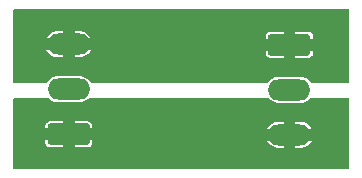
<source format=gbr>
%TF.GenerationSoftware,KiCad,Pcbnew,(6.0.9)*%
%TF.CreationDate,2022-12-11T23:03:47-05:00*%
%TF.ProjectId,Pixel_Boost,50697865-6c5f-4426-9f6f-73742e6b6963,rev?*%
%TF.SameCoordinates,Original*%
%TF.FileFunction,Copper,L2,Bot*%
%TF.FilePolarity,Positive*%
%FSLAX46Y46*%
G04 Gerber Fmt 4.6, Leading zero omitted, Abs format (unit mm)*
G04 Created by KiCad (PCBNEW (6.0.9)) date 2022-12-11 23:03:47*
%MOMM*%
%LPD*%
G01*
G04 APERTURE LIST*
G04 Aperture macros list*
%AMRoundRect*
0 Rectangle with rounded corners*
0 $1 Rounding radius*
0 $2 $3 $4 $5 $6 $7 $8 $9 X,Y pos of 4 corners*
0 Add a 4 corners polygon primitive as box body*
4,1,4,$2,$3,$4,$5,$6,$7,$8,$9,$2,$3,0*
0 Add four circle primitives for the rounded corners*
1,1,$1+$1,$2,$3*
1,1,$1+$1,$4,$5*
1,1,$1+$1,$6,$7*
1,1,$1+$1,$8,$9*
0 Add four rect primitives between the rounded corners*
20,1,$1+$1,$2,$3,$4,$5,0*
20,1,$1+$1,$4,$5,$6,$7,0*
20,1,$1+$1,$6,$7,$8,$9,0*
20,1,$1+$1,$8,$9,$2,$3,0*%
G04 Aperture macros list end*
%TA.AperFunction,ComponentPad*%
%ADD10O,3.600000X1.800000*%
%TD*%
%TA.AperFunction,ComponentPad*%
%ADD11RoundRect,0.250000X-1.550000X0.650000X-1.550000X-0.650000X1.550000X-0.650000X1.550000X0.650000X0*%
%TD*%
%TA.AperFunction,ComponentPad*%
%ADD12RoundRect,0.250000X1.550000X-0.650000X1.550000X0.650000X-1.550000X0.650000X-1.550000X-0.650000X0*%
%TD*%
%TA.AperFunction,ViaPad*%
%ADD13C,0.800000*%
%TD*%
G04 APERTURE END LIST*
D10*
%TO.P,J2,3,Pin_3*%
%TO.N,GND*%
X161157500Y-116877500D03*
%TO.P,J2,2,Pin_2*%
%TO.N,Net-(J2-Pad2)*%
X161157500Y-113067500D03*
D11*
%TO.P,J2,1,Pin_1*%
%TO.N,+12V*%
X161157500Y-109257500D03*
%TD*%
D12*
%TO.P,J1,1,Pin_1*%
%TO.N,GND*%
X142467500Y-116842500D03*
D10*
%TO.P,J1,2,Pin_2*%
%TO.N,Net-(J1-Pad2)*%
X142467500Y-113032500D03*
%TO.P,J1,3,Pin_3*%
%TO.N,+12V*%
X142467500Y-109222500D03*
%TD*%
D13*
%TO.N,+12V*%
X150075000Y-111025000D03*
X150100000Y-107700000D03*
X157150000Y-107125000D03*
%TO.N,GND*%
X155575000Y-114400000D03*
X152075000Y-114225000D03*
X155850000Y-118625000D03*
%TO.N,+12V*%
X157375000Y-111450000D03*
X155350000Y-111450000D03*
X153400000Y-109375000D03*
X146850000Y-108075000D03*
%TO.N,GND*%
X153050000Y-116275000D03*
X155475000Y-116200000D03*
X148125000Y-114650000D03*
X148025000Y-117225000D03*
%TD*%
%TA.AperFunction,Conductor*%
%TO.N,+12V*%
G36*
X166149866Y-106227789D02*
G01*
X166186557Y-106278289D01*
X166191500Y-106309500D01*
X166191500Y-112399000D01*
X166172211Y-112458366D01*
X166121711Y-112495057D01*
X166090500Y-112500000D01*
X163066207Y-112500000D01*
X163006841Y-112480711D01*
X162983828Y-112457436D01*
X162978253Y-112449577D01*
X162900446Y-112339889D01*
X162896976Y-112336567D01*
X162751123Y-112196943D01*
X162751119Y-112196940D01*
X162747650Y-112193619D01*
X162743613Y-112191012D01*
X162743610Y-112191010D01*
X162573988Y-112081486D01*
X162569952Y-112078880D01*
X162489572Y-112046486D01*
X162378220Y-112001610D01*
X162378218Y-112001609D01*
X162373763Y-111999814D01*
X162369045Y-111998893D01*
X162369043Y-111998892D01*
X162169738Y-111959970D01*
X162169736Y-111959970D01*
X162166163Y-111959272D01*
X162162526Y-111959094D01*
X162162525Y-111959094D01*
X162162366Y-111959086D01*
X162160601Y-111959000D01*
X160204654Y-111959000D01*
X160046934Y-111974048D01*
X160042324Y-111975400D01*
X160042321Y-111975401D01*
X159959105Y-111999814D01*
X159843966Y-112033592D01*
X159655920Y-112130442D01*
X159489580Y-112261104D01*
X159486429Y-112264735D01*
X159486426Y-112264738D01*
X159454468Y-112301567D01*
X159350948Y-112420863D01*
X159334337Y-112449577D01*
X159287913Y-112491304D01*
X159246913Y-112500000D01*
X144401034Y-112500000D01*
X144341668Y-112480711D01*
X144318655Y-112457435D01*
X144213229Y-112308811D01*
X144213224Y-112308805D01*
X144210446Y-112304889D01*
X144168504Y-112264738D01*
X144061123Y-112161943D01*
X144061119Y-112161940D01*
X144057650Y-112158619D01*
X144053613Y-112156012D01*
X144053610Y-112156010D01*
X143883988Y-112046486D01*
X143879952Y-112043880D01*
X143768322Y-111998892D01*
X143688220Y-111966610D01*
X143688218Y-111966609D01*
X143683763Y-111964814D01*
X143679045Y-111963893D01*
X143679043Y-111963892D01*
X143479738Y-111924970D01*
X143479736Y-111924970D01*
X143476163Y-111924272D01*
X143472526Y-111924094D01*
X143472525Y-111924094D01*
X143472366Y-111924086D01*
X143470601Y-111924000D01*
X141514654Y-111924000D01*
X141356934Y-111939048D01*
X141352324Y-111940400D01*
X141352321Y-111940401D01*
X141237629Y-111974048D01*
X141153966Y-111998592D01*
X140965920Y-112095442D01*
X140799580Y-112226104D01*
X140796429Y-112229735D01*
X140796426Y-112229738D01*
X140766055Y-112264738D01*
X140660948Y-112385863D01*
X140658541Y-112390024D01*
X140624089Y-112449576D01*
X140577665Y-112491304D01*
X140536665Y-112500000D01*
X137884500Y-112500000D01*
X137825134Y-112480711D01*
X137788443Y-112430211D01*
X137783500Y-112399000D01*
X137783500Y-109733372D01*
X140582619Y-109733372D01*
X140600622Y-109772966D01*
X140605387Y-109781254D01*
X140722155Y-109945865D01*
X140728404Y-109953105D01*
X140874188Y-110092663D01*
X140881701Y-110098596D01*
X141051243Y-110208068D01*
X141059731Y-110212468D01*
X141246928Y-110287911D01*
X141256096Y-110290626D01*
X141455311Y-110329530D01*
X141462524Y-110330406D01*
X141463186Y-110330438D01*
X141465702Y-110330500D01*
X141951503Y-110330500D01*
X141964445Y-110326295D01*
X141967500Y-110322091D01*
X141967500Y-110314503D01*
X142967500Y-110314503D01*
X142971705Y-110327445D01*
X142975909Y-110330500D01*
X143417912Y-110330500D01*
X143422731Y-110330270D01*
X143573181Y-110315916D01*
X143582584Y-110314106D01*
X143776232Y-110257296D01*
X143785124Y-110253739D01*
X143964537Y-110161335D01*
X143972588Y-110156166D01*
X144131293Y-110031502D01*
X144138225Y-110024901D01*
X144194680Y-109959842D01*
X159149501Y-109959842D01*
X159149725Y-109964596D01*
X159151952Y-109988163D01*
X159154569Y-110000094D01*
X159195664Y-110117113D01*
X159202648Y-110130304D01*
X159275500Y-110228938D01*
X159286062Y-110239500D01*
X159384696Y-110312352D01*
X159397887Y-110319336D01*
X159514903Y-110360430D01*
X159526838Y-110363048D01*
X159550409Y-110365276D01*
X159555154Y-110365500D01*
X160641503Y-110365500D01*
X160654445Y-110361295D01*
X160657500Y-110357091D01*
X160657500Y-110349502D01*
X161657500Y-110349502D01*
X161661705Y-110362444D01*
X161665909Y-110365499D01*
X162759842Y-110365499D01*
X162764596Y-110365275D01*
X162788163Y-110363048D01*
X162800094Y-110360431D01*
X162917113Y-110319336D01*
X162930304Y-110312352D01*
X163028938Y-110239500D01*
X163039500Y-110228938D01*
X163112352Y-110130304D01*
X163119336Y-110117113D01*
X163160430Y-110000097D01*
X163163048Y-109988162D01*
X163165276Y-109964591D01*
X163165500Y-109959846D01*
X163165500Y-109773497D01*
X163161295Y-109760555D01*
X163157091Y-109757500D01*
X161673497Y-109757500D01*
X161660555Y-109761705D01*
X161657500Y-109765909D01*
X161657500Y-110349502D01*
X160657500Y-110349502D01*
X160657500Y-109773497D01*
X160653295Y-109760555D01*
X160649091Y-109757500D01*
X159165498Y-109757500D01*
X159152556Y-109761705D01*
X159149501Y-109765909D01*
X159149501Y-109959842D01*
X144194680Y-109959842D01*
X144270492Y-109872477D01*
X144276049Y-109864686D01*
X144350295Y-109736347D01*
X144352722Y-109724980D01*
X144348435Y-109722500D01*
X142983497Y-109722500D01*
X142970555Y-109726705D01*
X142967500Y-109730909D01*
X142967500Y-110314503D01*
X141967500Y-110314503D01*
X141967500Y-109738497D01*
X141963295Y-109725555D01*
X141959091Y-109722500D01*
X140593673Y-109722500D01*
X140582619Y-109726092D01*
X140582619Y-109733372D01*
X137783500Y-109733372D01*
X137783500Y-108741503D01*
X159149500Y-108741503D01*
X159153705Y-108754445D01*
X159157909Y-108757500D01*
X160641503Y-108757500D01*
X160654445Y-108753295D01*
X160657500Y-108749091D01*
X160657500Y-108741503D01*
X161657500Y-108741503D01*
X161661705Y-108754445D01*
X161665909Y-108757500D01*
X163149502Y-108757500D01*
X163162444Y-108753295D01*
X163165499Y-108749091D01*
X163165499Y-108555158D01*
X163165275Y-108550404D01*
X163163048Y-108526837D01*
X163160431Y-108514906D01*
X163119336Y-108397887D01*
X163112352Y-108384696D01*
X163039500Y-108286062D01*
X163028938Y-108275500D01*
X162930304Y-108202648D01*
X162917113Y-108195664D01*
X162800097Y-108154570D01*
X162788162Y-108151952D01*
X162764591Y-108149724D01*
X162759846Y-108149500D01*
X161673497Y-108149500D01*
X161660555Y-108153705D01*
X161657500Y-108157909D01*
X161657500Y-108741503D01*
X160657500Y-108741503D01*
X160657500Y-108165498D01*
X160653295Y-108152556D01*
X160649091Y-108149501D01*
X159555158Y-108149501D01*
X159550404Y-108149725D01*
X159526837Y-108151952D01*
X159514906Y-108154569D01*
X159397887Y-108195664D01*
X159384696Y-108202648D01*
X159286062Y-108275500D01*
X159275500Y-108286062D01*
X159202648Y-108384696D01*
X159195664Y-108397887D01*
X159154570Y-108514903D01*
X159151952Y-108526838D01*
X159149724Y-108550409D01*
X159149500Y-108555154D01*
X159149500Y-108741503D01*
X137783500Y-108741503D01*
X137783500Y-108720020D01*
X140582278Y-108720020D01*
X140586565Y-108722500D01*
X141951503Y-108722500D01*
X141964445Y-108718295D01*
X141967500Y-108714091D01*
X141967500Y-108706503D01*
X142967500Y-108706503D01*
X142971705Y-108719445D01*
X142975909Y-108722500D01*
X144341327Y-108722500D01*
X144352381Y-108718908D01*
X144352381Y-108711628D01*
X144334378Y-108672034D01*
X144329613Y-108663746D01*
X144212845Y-108499135D01*
X144206596Y-108491895D01*
X144060812Y-108352337D01*
X144053299Y-108346404D01*
X143883757Y-108236932D01*
X143875269Y-108232532D01*
X143688072Y-108157089D01*
X143678904Y-108154374D01*
X143479689Y-108115470D01*
X143472476Y-108114594D01*
X143471814Y-108114562D01*
X143469298Y-108114500D01*
X142983497Y-108114500D01*
X142970555Y-108118705D01*
X142967500Y-108122909D01*
X142967500Y-108706503D01*
X141967500Y-108706503D01*
X141967500Y-108130497D01*
X141963295Y-108117555D01*
X141959091Y-108114500D01*
X141517088Y-108114500D01*
X141512269Y-108114730D01*
X141361819Y-108129084D01*
X141352416Y-108130894D01*
X141158768Y-108187704D01*
X141149876Y-108191261D01*
X140970463Y-108283665D01*
X140962412Y-108288834D01*
X140803707Y-108413498D01*
X140796775Y-108420099D01*
X140664508Y-108572523D01*
X140658951Y-108580314D01*
X140584705Y-108708653D01*
X140582278Y-108720020D01*
X137783500Y-108720020D01*
X137783500Y-106309500D01*
X137802789Y-106250134D01*
X137853289Y-106213443D01*
X137884500Y-106208500D01*
X166090500Y-106208500D01*
X166149866Y-106227789D01*
G37*
%TD.AperFunction*%
%TD*%
%TA.AperFunction,Conductor*%
%TO.N,GND*%
G36*
X140732807Y-113769289D02*
G01*
X140743284Y-113778041D01*
X140873877Y-113903057D01*
X140873881Y-113903060D01*
X140877350Y-113906381D01*
X140881387Y-113908988D01*
X140881390Y-113908990D01*
X140970595Y-113966589D01*
X141055048Y-114021120D01*
X141059502Y-114022915D01*
X141246780Y-114098390D01*
X141246782Y-114098391D01*
X141251237Y-114100186D01*
X141255955Y-114101107D01*
X141255957Y-114101108D01*
X141455262Y-114140030D01*
X141455264Y-114140030D01*
X141458837Y-114140728D01*
X141462474Y-114140906D01*
X141462475Y-114140906D01*
X141462634Y-114140914D01*
X141464399Y-114141000D01*
X143420346Y-114141000D01*
X143578066Y-114125952D01*
X143582676Y-114124600D01*
X143582679Y-114124599D01*
X143776419Y-114067762D01*
X143776420Y-114067762D01*
X143781034Y-114066408D01*
X143969080Y-113969558D01*
X144135420Y-113838896D01*
X144182359Y-113784803D01*
X144235835Y-113752608D01*
X144258641Y-113750000D01*
X159330368Y-113750000D01*
X159389734Y-113769289D01*
X159408178Y-113787942D01*
X159408631Y-113787551D01*
X159411775Y-113791194D01*
X159414554Y-113795111D01*
X159418023Y-113798432D01*
X159418024Y-113798433D01*
X159563877Y-113938057D01*
X159563881Y-113938060D01*
X159567350Y-113941381D01*
X159571387Y-113943988D01*
X159571390Y-113943990D01*
X159606390Y-113966589D01*
X159745048Y-114056120D01*
X159749502Y-114057915D01*
X159936780Y-114133390D01*
X159936782Y-114133391D01*
X159941237Y-114135186D01*
X159945955Y-114136107D01*
X159945957Y-114136108D01*
X160145262Y-114175030D01*
X160145264Y-114175030D01*
X160148837Y-114175728D01*
X160152474Y-114175906D01*
X160152475Y-114175906D01*
X160152634Y-114175914D01*
X160154399Y-114176000D01*
X162110346Y-114176000D01*
X162268066Y-114160952D01*
X162272676Y-114159600D01*
X162272679Y-114159599D01*
X162466419Y-114102762D01*
X162466420Y-114102762D01*
X162471034Y-114101408D01*
X162659080Y-114004558D01*
X162825420Y-113873896D01*
X162902730Y-113784805D01*
X162956207Y-113752609D01*
X162979013Y-113750000D01*
X166090500Y-113750000D01*
X166149866Y-113769289D01*
X166186557Y-113819789D01*
X166191500Y-113851000D01*
X166191500Y-119690500D01*
X166172211Y-119749866D01*
X166121711Y-119786557D01*
X166090500Y-119791500D01*
X137884500Y-119791500D01*
X137825134Y-119772211D01*
X137788443Y-119721711D01*
X137783500Y-119690500D01*
X137783500Y-117544842D01*
X140459501Y-117544842D01*
X140459725Y-117549596D01*
X140461952Y-117573163D01*
X140464569Y-117585094D01*
X140505664Y-117702113D01*
X140512648Y-117715304D01*
X140585500Y-117813938D01*
X140596062Y-117824500D01*
X140694696Y-117897352D01*
X140707887Y-117904336D01*
X140824903Y-117945430D01*
X140836838Y-117948048D01*
X140860409Y-117950276D01*
X140865154Y-117950500D01*
X141951503Y-117950500D01*
X141964445Y-117946295D01*
X141967500Y-117942091D01*
X141967500Y-117934502D01*
X142967500Y-117934502D01*
X142971705Y-117947444D01*
X142975909Y-117950499D01*
X144069842Y-117950499D01*
X144074596Y-117950275D01*
X144098163Y-117948048D01*
X144110094Y-117945431D01*
X144227113Y-117904336D01*
X144240304Y-117897352D01*
X144338938Y-117824500D01*
X144349500Y-117813938D01*
X144422352Y-117715304D01*
X144429336Y-117702113D01*
X144470430Y-117585097D01*
X144473048Y-117573162D01*
X144475276Y-117549591D01*
X144475500Y-117544846D01*
X144475500Y-117388372D01*
X159272619Y-117388372D01*
X159290622Y-117427966D01*
X159295387Y-117436254D01*
X159412155Y-117600865D01*
X159418404Y-117608105D01*
X159564188Y-117747663D01*
X159571701Y-117753596D01*
X159741243Y-117863068D01*
X159749731Y-117867468D01*
X159936928Y-117942911D01*
X159946096Y-117945626D01*
X160145311Y-117984530D01*
X160152524Y-117985406D01*
X160153186Y-117985438D01*
X160155702Y-117985500D01*
X160641503Y-117985500D01*
X160654445Y-117981295D01*
X160657500Y-117977091D01*
X160657500Y-117969503D01*
X161657500Y-117969503D01*
X161661705Y-117982445D01*
X161665909Y-117985500D01*
X162107912Y-117985500D01*
X162112731Y-117985270D01*
X162263181Y-117970916D01*
X162272584Y-117969106D01*
X162466232Y-117912296D01*
X162475124Y-117908739D01*
X162654537Y-117816335D01*
X162662588Y-117811166D01*
X162821293Y-117686502D01*
X162828225Y-117679901D01*
X162960492Y-117527477D01*
X162966049Y-117519686D01*
X163040295Y-117391347D01*
X163042722Y-117379980D01*
X163038435Y-117377500D01*
X161673497Y-117377500D01*
X161660555Y-117381705D01*
X161657500Y-117385909D01*
X161657500Y-117969503D01*
X160657500Y-117969503D01*
X160657500Y-117393497D01*
X160653295Y-117380555D01*
X160649091Y-117377500D01*
X159283673Y-117377500D01*
X159272619Y-117381092D01*
X159272619Y-117388372D01*
X144475500Y-117388372D01*
X144475500Y-117358497D01*
X144471295Y-117345555D01*
X144467091Y-117342500D01*
X142983497Y-117342500D01*
X142970555Y-117346705D01*
X142967500Y-117350909D01*
X142967500Y-117934502D01*
X141967500Y-117934502D01*
X141967500Y-117358497D01*
X141963295Y-117345555D01*
X141959091Y-117342500D01*
X140475498Y-117342500D01*
X140462556Y-117346705D01*
X140459501Y-117350909D01*
X140459501Y-117544842D01*
X137783500Y-117544842D01*
X137783500Y-116375020D01*
X159272278Y-116375020D01*
X159276565Y-116377500D01*
X160641503Y-116377500D01*
X160654445Y-116373295D01*
X160657500Y-116369091D01*
X160657500Y-116361503D01*
X161657500Y-116361503D01*
X161661705Y-116374445D01*
X161665909Y-116377500D01*
X163031327Y-116377500D01*
X163042381Y-116373908D01*
X163042381Y-116366628D01*
X163024378Y-116327034D01*
X163019613Y-116318746D01*
X162902845Y-116154135D01*
X162896596Y-116146895D01*
X162750812Y-116007337D01*
X162743299Y-116001404D01*
X162573757Y-115891932D01*
X162565269Y-115887532D01*
X162378072Y-115812089D01*
X162368904Y-115809374D01*
X162169689Y-115770470D01*
X162162476Y-115769594D01*
X162161814Y-115769562D01*
X162159298Y-115769500D01*
X161673497Y-115769500D01*
X161660555Y-115773705D01*
X161657500Y-115777909D01*
X161657500Y-116361503D01*
X160657500Y-116361503D01*
X160657500Y-115785497D01*
X160653295Y-115772555D01*
X160649091Y-115769500D01*
X160207088Y-115769500D01*
X160202269Y-115769730D01*
X160051819Y-115784084D01*
X160042416Y-115785894D01*
X159848768Y-115842704D01*
X159839876Y-115846261D01*
X159660463Y-115938665D01*
X159652412Y-115943834D01*
X159493707Y-116068498D01*
X159486775Y-116075099D01*
X159354508Y-116227523D01*
X159348951Y-116235314D01*
X159274705Y-116363653D01*
X159272278Y-116375020D01*
X137783500Y-116375020D01*
X137783500Y-116326503D01*
X140459500Y-116326503D01*
X140463705Y-116339445D01*
X140467909Y-116342500D01*
X141951503Y-116342500D01*
X141964445Y-116338295D01*
X141967500Y-116334091D01*
X141967500Y-116326503D01*
X142967500Y-116326503D01*
X142971705Y-116339445D01*
X142975909Y-116342500D01*
X144459502Y-116342500D01*
X144472444Y-116338295D01*
X144475499Y-116334091D01*
X144475499Y-116140158D01*
X144475275Y-116135404D01*
X144473048Y-116111837D01*
X144470431Y-116099906D01*
X144429336Y-115982887D01*
X144422352Y-115969696D01*
X144349500Y-115871062D01*
X144338938Y-115860500D01*
X144240304Y-115787648D01*
X144227113Y-115780664D01*
X144110097Y-115739570D01*
X144098162Y-115736952D01*
X144074591Y-115734724D01*
X144069846Y-115734500D01*
X142983497Y-115734500D01*
X142970555Y-115738705D01*
X142967500Y-115742909D01*
X142967500Y-116326503D01*
X141967500Y-116326503D01*
X141967500Y-115750498D01*
X141963295Y-115737556D01*
X141959091Y-115734501D01*
X140865158Y-115734501D01*
X140860404Y-115734725D01*
X140836837Y-115736952D01*
X140824906Y-115739569D01*
X140707887Y-115780664D01*
X140694696Y-115787648D01*
X140596062Y-115860500D01*
X140585500Y-115871062D01*
X140512648Y-115969696D01*
X140505664Y-115982887D01*
X140464570Y-116099903D01*
X140461952Y-116111838D01*
X140459724Y-116135409D01*
X140459500Y-116140154D01*
X140459500Y-116326503D01*
X137783500Y-116326503D01*
X137783500Y-113851000D01*
X137802789Y-113791634D01*
X137853289Y-113754943D01*
X137884500Y-113750000D01*
X140673441Y-113750000D01*
X140732807Y-113769289D01*
G37*
%TD.AperFunction*%
%TD*%
M02*

</source>
